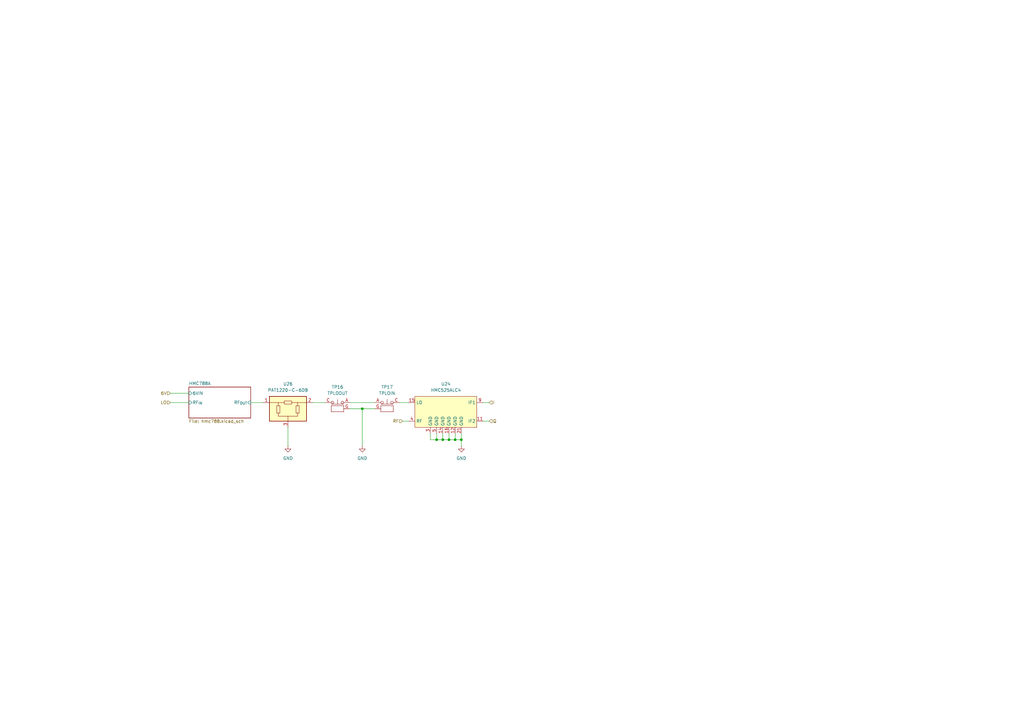
<source format=kicad_sch>
(kicad_sch (version 20250114) (generator "eeschema") (generator_version "9.0")
  (paper "A3")
  (lib_symbols
    (symbol "Connector:CoaxialSwitch_Testpoint" (pin_names (offset 1.016) (hide yes))
      (property "Reference" "TP" (at 0 -3.81 0))
      (property "Value" "CoaxialSwitch_Testpoint" (at 0 3.81 0))
      (symbol "CoaxialSwitch_Testpoint_0_1"
        (rectangle (start -2.54 0) (end -2.54 -2.54))
        (rectangle (start -2.54 -2.54) (end 2.54 -2.54))
        (rectangle (start 2.54 0) (end -2.54 0))
        (rectangle (start 2.54 0) (end 2.54 -2.54))
      )
      (symbol "CoaxialSwitch_Testpoint_1_1"
        (polyline (pts (xy -2.54 0.635) (xy 2.54 0.635)))
        (circle (center -2.032 1.27) (radius 0.508))
        (polyline (pts (xy 0 0.635) (xy 0 2.54)))
        (circle (center 2.032 1.27) (radius 0.508))
        (pin passive line (at -5.08 1.27 0) (length 2.54) (name "C") (number "C"))
        (pin passive line (at 5.08 1.27 180) (length 2.54) (name "A") (number "A"))
        (pin passive line (at 5.08 -1.27 180) (length 2.54) (name "G") (number "G"))
      )
    )
    (symbol "RF:PAT1220-C-6DB"
      (property "Reference" "U" (at -6.35 6.35 0))
      (property "Value" "PAT1220-C-6DB" (at 5.08 6.35 0))
      (symbol "PAT1220-C-6DB_0_1"
        (rectangle (start -7.62 5.08) (end 7.62 -5.08) (stroke (width 0.254)) (fill (type background)))
        (polyline (pts (xy -3.937 1.27) (xy -3.937 2.54)))
        (polyline (pts (xy -3.937 -3.048) (xy 3.937 -3.048)))
        (polyline (pts (xy -1.524 2.54) (xy -7.62 2.54)))
        (polyline (pts (xy 0 -5.08) (xy 0 -3.048)))
        (polyline (pts (xy 3.937 1.27) (xy 3.937 2.54)))
        (pin passive line (at 0 -7.62 90) (length 2.54) (name "~") (number "3"))
      )
      (symbol "PAT1220-C-6DB_1_1"
        (rectangle (start -4.572 -1.778) (end -3.302 1.27))
        (polyline (pts (xy -3.937 -3.048) (xy -3.937 -1.778)))
        (rectangle (start -1.524 3.175) (end 1.524 1.905))
        (rectangle (start 3.302 -1.778) (end 4.572 1.27))
        (polyline (pts (xy 3.937 -3.048) (xy 3.937 -1.778)))
        (polyline (pts (xy 7.62 2.54) (xy 1.524 2.54)))
        (pin passive line (at -10.16 2.54 0) (length 2.54) (name "~") (number "1"))
        (pin passive line (at 10.16 2.54 180) (length 2.54) (name "~") (number "2"))
      )
    )
    (symbol "huskylib:HMC525ALC4"
      (property "Reference" "U" (at 0 9.652 0))
      (property "Value" "HMC525ALC4" (at 0 7.62 0))
      (symbol "HMC525ALC4_1_0"
        (pin input line (at -15.24 3.81 0) (length 2.54) (name "LO") (number "15"))
        (pin bidirectional line (at -15.24 -3.81 0) (length 2.54) (name "RF") (number "4"))
        (pin power_in line (at -6.35 -8.89 90) (length 2.54) (name "GND") (number "3"))
        (pin power_in line (at -3.81 -8.89 90) (length 2.54) (name "GND") (number "5"))
        (pin power_in line (at -1.27 -8.89 90) (length 2.54) (name "GND") (number "14"))
        (pin power_in line (at 1.27 -8.89 90) (length 2.54) (name "GND") (number "16"))
        (pin power_in line (at 3.81 -8.89 90) (length 2.54) (name "GND") (number "12"))
        (pin power_in line (at 6.35 -8.89 90) (length 2.54) (name "GND") (number "21"))
        (pin bidirectional line (at 15.24 3.81 180) (length 2.54) (name "IF1") (number "9"))
        (pin bidirectional line (at 15.24 -3.81 180) (length 2.54) (name "IF2") (number "11"))
      )
      (symbol "HMC525ALC4_1_1"
        (rectangle (start -12.7 6.35) (end 12.7 -6.35) (fill (type background)))
      )
    )
    (symbol "power:GND" (power) (pin_numbers (hide yes)) (pin_names (offset 0) (hide yes))
      (property "Value" "GND" (at 0 -3.81 0))
      (symbol "GND_0_1"
        (polyline (pts (xy 0 0) (xy 0 -1.27) (xy 1.27 -1.27) (xy 0 -2.54) (xy -1.27 -1.27) (xy 0 -1.27)))
      )
      (symbol "GND_1_1"
        (pin power_in line (at 0 0 270) (length 0) (name "~") (number "1"))
      )
    )
  )
  (junction (at 148.59 167.64))
  (junction (at 189.23 180.34))
  (junction (at 179.07 180.34))
  (junction (at 186.69 180.34))
  (junction (at 181.61 180.34))
  (junction (at 184.15 180.34))
  (wire (pts (xy 179.07 177.8) (xy 179.07 180.34)))
  (wire (pts (xy 189.23 180.34) (xy 189.23 177.8)))
  (wire (pts (xy 181.61 180.34) (xy 184.15 180.34)))
  (wire (pts (xy 198.12 172.72) (xy 200.66 172.72)))
  (wire (pts (xy 189.23 180.34) (xy 189.23 182.88)))
  (wire (pts (xy 176.53 180.34) (xy 179.07 180.34)))
  (wire (pts (xy 118.11 175.26) (xy 118.11 182.88)))
  (wire (pts (xy 165.1 172.72) (xy 167.64 172.72)))
  (wire (pts (xy 148.59 167.64) (xy 148.59 182.88)))
  (wire (pts (xy 184.15 177.8) (xy 184.15 180.34)))
  (wire (pts (xy 198.12 165.1) (xy 200.66 165.1)))
  (wire (pts (xy 179.07 180.34) (xy 181.61 180.34)))
  (wire (pts (xy 186.69 177.8) (xy 186.69 180.34)))
  (wire (pts (xy 176.53 177.8) (xy 176.53 180.34)))
  (wire (pts (xy 69.85 165.1) (xy 77.47 165.1)))
  (wire (pts (xy 181.61 177.8) (xy 181.61 180.34)))
  (wire (pts (xy 69.85 161.29) (xy 77.47 161.29)))
  (wire (pts (xy 143.51 165.1) (xy 153.67 165.1)))
  (wire (pts (xy 128.27 165.1) (xy 133.35 165.1)))
  (wire (pts (xy 148.59 167.64) (xy 153.67 167.64)))
  (wire (pts (xy 186.69 180.34) (xy 189.23 180.34)))
  (wire (pts (xy 184.15 180.34) (xy 186.69 180.34)))
  (wire (pts (xy 143.51 167.64) (xy 148.59 167.64)))
  (wire (pts (xy 163.83 165.1) (xy 167.64 165.1)))
  (wire (pts (xy 102.87 165.1) (xy 107.95 165.1)))
  (hierarchical_label "RF" (shape input) (at 165.1 172.72 180))
  (hierarchical_label "6V" (shape input) (at 69.85 161.29 180))
  (hierarchical_label "I" (shape input) (at 200.66 165.1 0))
  (hierarchical_label "Q" (shape input) (at 200.66 172.72 0))
  (hierarchical_label "LO" (shape input) (at 69.85 165.1 180))
  (symbol (lib_id "RF:PAT1220-C-6DB") (at 118.11 167.64 0) (unit 1)
    (property "Reference" "U26" (at 118.11 157.48 0))
    (property "Value" "PAT1220-C-6DB" (at 118.11 160.02 0))
    (property "Footprint" "RF_Converter:RF_Attenuator_Susumu_PAT1220" (effects (hide yes)))
    (property "Datasheet" "https://www.susumu.co.jp/common/pdf/n_catalog_partition16_en.pdf" (effects (hide yes)))
    (property "Description" "10GHz RF Attenuator, 50ohm Matched Impedance, 6dB Attenuation, PAT1220" (effects (hide yes)))
  )
  (symbol (lib_id "huskylib:HMC525ALC4") (at 182.88 168.91 0) (unit 1)
    (property "Reference" "U24" (at 182.88 157.48 0))
    (property "Value" "HMC525ALC4" (at 182.88 160.02 0))
    (property "Footprint" "Package_DFN_QFN:QFN-24-1EP_4x4mm_P0.5mm_EP2.7x2.7mm_ThermalVias" (effects (hide yes)))
  )
  (symbol (lib_id "power:GND") (at 148.59 182.88 0) (unit 1)
    (property "Reference" "#PWR0284" (effects (hide yes)))
    (property "Value" "GND" (at 148.59 187.96 0))
    (property "Description" "Power symbol creates a global label with name \"GND\" , ground" (effects (hide yes)))
  )
  (symbol (lib_id "power:GND") (at 118.11 182.88 0) (unit 1)
    (property "Reference" "#PWR0286" (effects (hide yes)))
    (property "Value" "GND" (at 118.11 187.96 0))
    (property "Description" "Power symbol creates a global label with name \"GND\" , ground" (effects (hide yes)))
  )
  (symbol (lib_id "Connector:CoaxialSwitch_Testpoint") (at 138.43 166.37 0) (unit 1)
    (property "Reference" "TP16" (at 138.43 158.75 0))
    (property "Value" "TPLOOUT" (at 138.43 161.29 0))
    (property "Footprint" "Connector_Coaxial:CoaxialSwitch_Hirose_MS-156C3_Horizontal" (effects (hide yes)))
    (property "Description" "Subminiature Coaxial Switch testpoint" (effects (hide yes)))
  )
  (symbol (lib_id "power:GND") (at 189.23 182.88 0) (unit 1)
    (property "Reference" "#PWR0285" (effects (hide yes)))
    (property "Value" "GND" (at 189.23 187.96 0))
    (property "Description" "Power symbol creates a global label with name \"GND\" , ground" (effects (hide yes)))
  )
  (symbol (lib_id "Connector:CoaxialSwitch_Testpoint") (at 158.75 166.37 0) (mirror y) (unit 1)
    (property "Reference" "TP17" (at 158.75 158.75 0))
    (property "Value" "TPLOIN" (at 158.75 161.29 0))
    (property "Footprint" "Connector_Coaxial:CoaxialSwitch_Hirose_MS-156C3_Horizontal" (effects (hide yes)))
    (property "Description" "Subminiature Coaxial Switch testpoint" (effects (hide yes)))
  )
  (sheet (at 77.47 158.75) (size 25.4 12.7) (stroke (width 0.1524))
    (property "Sheetname" "HMC788A" (at 77.47 158.0384 0) (effects (justify left bottom)))
    (property "Sheetfile" "hmc788.kicad_sch" (at 77.47 172.0346 0) (effects (justify left top)))
    (pin "6VIN" input (at 77.47 161.29 180))
    (pin "RF_{IN}" input (at 77.47 165.1 180))
    (pin "RF_{OUT}" input (at 102.87 165.1 0))
  )
)
</source>
